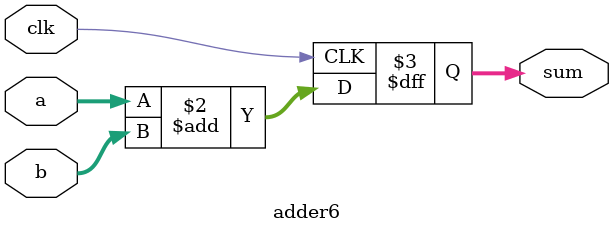
<source format=v>

module adder6(a, b, clk, sum);
    input [5:0] a, b;
    input clk;
    output reg [5:0] sum;

  	always @(posedge clk) begin
        	sum <= a + b;
    end
endmodule
</source>
